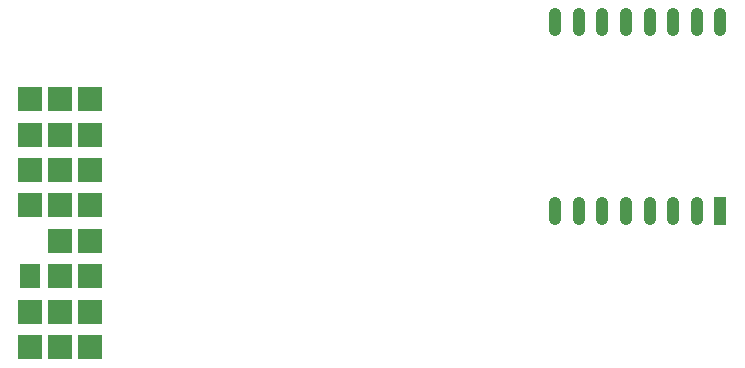
<source format=gbp>
G04 #@! TF.FileFunction,Paste,Bot*
%FSLAX46Y46*%
G04 Gerber Fmt 4.6, Leading zero omitted, Abs format (unit mm)*
G04 Created by KiCad (PCBNEW 4.0.4-stable) date 03/23/17 03:26:40*
%MOMM*%
%LPD*%
G01*
G04 APERTURE LIST*
%ADD10C,0.100000*%
%ADD11R,1.100000X2.400000*%
%ADD12O,1.100000X2.400000*%
%ADD13R,2.000000X2.032000*%
%ADD14R,1.727200X2.032000*%
G04 APERTURE END LIST*
D10*
D11*
X153000000Y-135000000D03*
D12*
X151000000Y-135000000D03*
X149000000Y-135000000D03*
X147000000Y-135000000D03*
X145000000Y-135000000D03*
X143000000Y-135000000D03*
X141000000Y-135000000D03*
X139000000Y-135000000D03*
X139000000Y-119000000D03*
X141000000Y-119000000D03*
X143000000Y-119000000D03*
X145000000Y-119000000D03*
X147000000Y-119000000D03*
X149000000Y-119000000D03*
X151000000Y-119000000D03*
X153000000Y-119000000D03*
D13*
X94500000Y-125500000D03*
X97040000Y-125500000D03*
X99580000Y-125500000D03*
X94500000Y-128500000D03*
X97040000Y-128500000D03*
X99580000Y-128500000D03*
X94500000Y-131500000D03*
X97040000Y-131500000D03*
X99580000Y-131500000D03*
X94500000Y-134500000D03*
X97040000Y-134500000D03*
X99580000Y-134500000D03*
X97040000Y-137500000D03*
X99580000Y-137500000D03*
D14*
X94500000Y-140500000D03*
D13*
X97040000Y-140500000D03*
X99580000Y-140500000D03*
X94500000Y-143500000D03*
X97040000Y-143500000D03*
X99580000Y-143500000D03*
X94500000Y-146500000D03*
X97040000Y-146500000D03*
X99580000Y-146500000D03*
M02*

</source>
